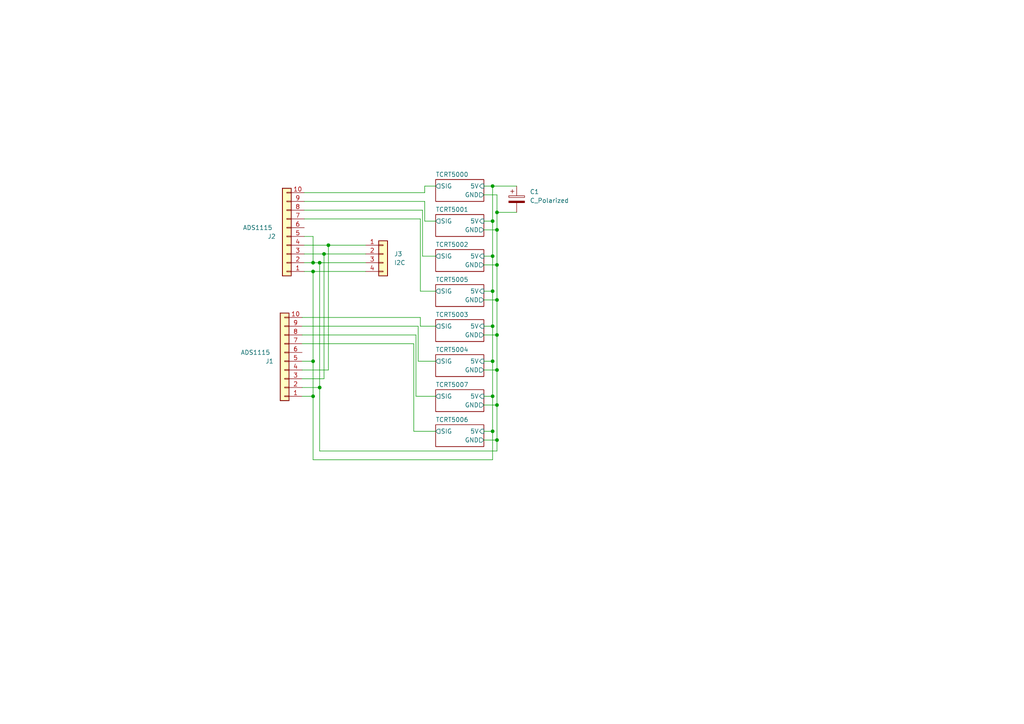
<source format=kicad_sch>
(kicad_sch (version 20230121) (generator eeschema)
  (paper "A4")
  (lib_symbols
    (symbol "Connector_Generic:Conn_01x04" (pin_names (offset 1.016) hide)
      (property "Reference" "J" (at 0 5.08 0))
      (property "Value" "Conn_01x04" (at 0 -7.62 0))
      (symbol "Conn_01x04_1_1"
        (rectangle (start -1.27 -4.953) (end 0 -5.207) (stroke (width 0.1524)))
        (rectangle (start -1.27 -2.413) (end 0 -2.667) (stroke (width 0.1524)))
        (rectangle (start -1.27 0.127) (end 0 -0.127) (stroke (width 0.1524)))
        (rectangle (start -1.27 2.667) (end 0 2.413) (stroke (width 0.1524)))
        (rectangle (start -1.27 3.81) (end 1.27 -6.35) (stroke (width 0.254)) (fill (type background)))
        (pin passive line (at -5.08 2.54 0) (length 3.81) (name "Pin_1") (number "1"))
        (pin passive line (at -5.08 0 0) (length 3.81) (name "Pin_2") (number "2"))
        (pin passive line (at -5.08 -2.54 0) (length 3.81) (name "Pin_3") (number "3"))
        (pin passive line (at -5.08 -5.08 0) (length 3.81) (name "Pin_4") (number "4"))
      )
    )
    (symbol "Connector_Generic:Conn_01x10" (pin_names (offset 1.016) hide)
      (property "Reference" "J" (at 0 12.7 0))
      (property "Value" "Conn_01x10" (at 0 -15.24 0))
      (symbol "Conn_01x10_1_1"
        (rectangle (start -1.27 -12.573) (end 0 -12.827) (stroke (width 0.1524)))
        (rectangle (start -1.27 -10.033) (end 0 -10.287) (stroke (width 0.1524)))
        (rectangle (start -1.27 -7.493) (end 0 -7.747) (stroke (width 0.1524)))
        (rectangle (start -1.27 -4.953) (end 0 -5.207) (stroke (width 0.1524)))
        (rectangle (start -1.27 -2.413) (end 0 -2.667) (stroke (width 0.1524)))
        (rectangle (start -1.27 0.127) (end 0 -0.127) (stroke (width 0.1524)))
        (rectangle (start -1.27 2.667) (end 0 2.413) (stroke (width 0.1524)))
        (rectangle (start -1.27 5.207) (end 0 4.953) (stroke (width 0.1524)))
        (rectangle (start -1.27 7.747) (end 0 7.493) (stroke (width 0.1524)))
        (rectangle (start -1.27 10.287) (end 0 10.033) (stroke (width 0.1524)))
        (rectangle (start -1.27 11.43) (end 1.27 -13.97) (stroke (width 0.254)) (fill (type background)))
        (pin passive line (at -5.08 10.16 0) (length 3.81) (name "Pin_1") (number "1"))
        (pin passive line (at -5.08 -12.7 0) (length 3.81) (name "Pin_10") (number "10"))
        (pin passive line (at -5.08 7.62 0) (length 3.81) (name "Pin_2") (number "2"))
        (pin passive line (at -5.08 5.08 0) (length 3.81) (name "Pin_3") (number "3"))
        (pin passive line (at -5.08 2.54 0) (length 3.81) (name "Pin_4") (number "4"))
        (pin passive line (at -5.08 0 0) (length 3.81) (name "Pin_5") (number "5"))
        (pin passive line (at -5.08 -2.54 0) (length 3.81) (name "Pin_6") (number "6"))
        (pin passive line (at -5.08 -5.08 0) (length 3.81) (name "Pin_7") (number "7"))
        (pin passive line (at -5.08 -7.62 0) (length 3.81) (name "Pin_8") (number "8"))
        (pin passive line (at -5.08 -10.16 0) (length 3.81) (name "Pin_9") (number "9"))
      )
    )
    (symbol "Device:C_Polarized" (pin_numbers hide) (pin_names (offset 0.254))
      (property "Reference" "C" (at 0.635 2.54 0))
      (property "Value" "C_Polarized" (at 0.635 -2.54 0))
      (symbol "C_Polarized_0_1"
        (rectangle (start -2.286 0.508) (end 2.286 1.016))
        (polyline (pts (xy -1.778 2.286) (xy -0.762 2.286)))
        (polyline (pts (xy -1.27 2.794) (xy -1.27 1.778)))
        (rectangle (start 2.286 -0.508) (end -2.286 -1.016) (fill (type outline)))
      )
      (symbol "C_Polarized_1_1"
        (pin passive line (at 0 3.81 270) (length 2.794) (name "~") (number "1"))
        (pin passive line (at 0 -3.81 90) (length 2.794) (name "~") (number "2"))
      )
    )
  )
  (junction (at 142.875 114.935))
  (junction (at 90.805 76.2))
  (junction (at 95.25 71.12))
  (junction (at 144.145 97.155))
  (junction (at 144.145 76.835))
  (junction (at 142.875 125.095))
  (junction (at 142.875 64.135))
  (junction (at 92.71 112.395))
  (junction (at 93.98 73.66))
  (junction (at 142.875 94.615))
  (junction (at 144.145 61.595))
  (junction (at 142.875 104.775))
  (junction (at 144.145 86.995))
  (junction (at 92.71 76.2))
  (junction (at 142.875 84.455))
  (junction (at 142.875 53.975))
  (junction (at 90.805 78.74))
  (junction (at 144.145 107.315))
  (junction (at 144.145 66.675))
  (junction (at 144.145 127.635))
  (junction (at 144.145 117.475))
  (junction (at 90.805 104.775))
  (junction (at 90.805 114.935))
  (junction (at 142.875 74.295))
  (wire (pts (xy 123.19 64.135) (xy 126.365 64.135)))
  (wire (pts (xy 144.145 76.835) (xy 144.145 86.995)))
  (wire (pts (xy 121.92 92.075) (xy 121.92 94.615)))
  (wire (pts (xy 95.25 107.315) (xy 95.25 71.12)))
  (wire (pts (xy 140.335 86.995) (xy 144.145 86.995)))
  (wire (pts (xy 88.265 78.74) (xy 90.805 78.74)))
  (wire (pts (xy 126.365 125.095) (xy 120.015 125.095)))
  (wire (pts (xy 90.805 76.2) (xy 92.71 76.2)))
  (wire (pts (xy 87.63 112.395) (xy 92.71 112.395)))
  (wire (pts (xy 123.19 53.975) (xy 126.365 53.975)))
  (wire (pts (xy 93.98 109.855) (xy 93.98 73.66)))
  (wire (pts (xy 90.805 114.935) (xy 87.63 114.935)))
  (wire (pts (xy 142.875 74.295) (xy 142.875 64.135)))
  (wire (pts (xy 140.335 64.135) (xy 142.875 64.135)))
  (wire (pts (xy 88.265 76.2) (xy 90.805 76.2)))
  (wire (pts (xy 140.335 84.455) (xy 142.875 84.455)))
  (wire (pts (xy 142.875 114.935) (xy 142.875 104.775)))
  (wire (pts (xy 140.335 117.475) (xy 144.145 117.475)))
  (wire (pts (xy 87.63 104.775) (xy 90.805 104.775)))
  (wire (pts (xy 123.19 58.42) (xy 123.19 64.135)))
  (wire (pts (xy 144.145 66.675) (xy 144.145 76.835)))
  (wire (pts (xy 144.145 107.315) (xy 144.145 117.475)))
  (wire (pts (xy 92.71 76.2) (xy 92.71 112.395)))
  (wire (pts (xy 90.805 78.74) (xy 106.045 78.74)))
  (wire (pts (xy 121.92 94.615) (xy 126.365 94.615)))
  (wire (pts (xy 142.875 53.975) (xy 149.86 53.975)))
  (wire (pts (xy 87.63 97.155) (xy 120.65 97.155)))
  (wire (pts (xy 144.145 97.155) (xy 144.145 107.315)))
  (wire (pts (xy 122.555 74.295) (xy 126.365 74.295)))
  (wire (pts (xy 120.65 97.155) (xy 120.65 114.935)))
  (wire (pts (xy 121.285 94.615) (xy 87.63 94.615)))
  (wire (pts (xy 90.805 78.74) (xy 90.805 104.775)))
  (wire (pts (xy 87.63 107.315) (xy 95.25 107.315)))
  (wire (pts (xy 88.265 73.66) (xy 93.98 73.66)))
  (wire (pts (xy 140.335 114.935) (xy 142.875 114.935)))
  (wire (pts (xy 142.875 84.455) (xy 142.875 74.295)))
  (wire (pts (xy 120.015 125.095) (xy 120.015 99.695)))
  (wire (pts (xy 140.335 66.675) (xy 144.145 66.675)))
  (wire (pts (xy 120.65 114.935) (xy 126.365 114.935)))
  (wire (pts (xy 140.335 94.615) (xy 142.875 94.615)))
  (wire (pts (xy 121.285 104.775) (xy 121.285 94.615)))
  (wire (pts (xy 142.875 94.615) (xy 142.875 84.455)))
  (wire (pts (xy 142.875 64.135) (xy 142.875 53.975)))
  (wire (pts (xy 140.335 107.315) (xy 144.145 107.315)))
  (wire (pts (xy 88.265 68.58) (xy 90.805 68.58)))
  (wire (pts (xy 140.335 76.835) (xy 144.145 76.835)))
  (wire (pts (xy 144.145 86.995) (xy 144.145 97.155)))
  (wire (pts (xy 88.265 55.88) (xy 123.19 55.88)))
  (wire (pts (xy 144.145 61.595) (xy 144.145 66.675)))
  (wire (pts (xy 140.335 127.635) (xy 144.145 127.635)))
  (wire (pts (xy 144.145 61.595) (xy 149.86 61.595)))
  (wire (pts (xy 90.805 133.35) (xy 142.875 133.35)))
  (wire (pts (xy 87.63 92.075) (xy 121.92 92.075)))
  (wire (pts (xy 140.335 56.515) (xy 144.145 56.515)))
  (wire (pts (xy 121.92 84.455) (xy 126.365 84.455)))
  (wire (pts (xy 121.92 84.455) (xy 121.92 63.5)))
  (wire (pts (xy 142.875 133.35) (xy 142.875 125.095)))
  (wire (pts (xy 88.265 60.96) (xy 122.555 60.96)))
  (wire (pts (xy 90.805 68.58) (xy 90.805 76.2)))
  (wire (pts (xy 144.145 56.515) (xy 144.145 61.595)))
  (wire (pts (xy 140.335 125.095) (xy 142.875 125.095)))
  (wire (pts (xy 140.335 74.295) (xy 142.875 74.295)))
  (wire (pts (xy 95.25 71.12) (xy 106.045 71.12)))
  (wire (pts (xy 88.265 63.5) (xy 121.92 63.5)))
  (wire (pts (xy 90.805 104.775) (xy 90.805 114.935)))
  (wire (pts (xy 120.015 99.695) (xy 87.63 99.695)))
  (wire (pts (xy 122.555 60.96) (xy 122.555 74.295)))
  (wire (pts (xy 144.145 127.635) (xy 144.145 130.81)))
  (wire (pts (xy 123.19 55.88) (xy 123.19 53.975)))
  (wire (pts (xy 88.265 58.42) (xy 123.19 58.42)))
  (wire (pts (xy 140.335 104.775) (xy 142.875 104.775)))
  (wire (pts (xy 92.71 112.395) (xy 92.71 130.81)))
  (wire (pts (xy 90.805 114.935) (xy 90.805 133.35)))
  (wire (pts (xy 140.335 97.155) (xy 144.145 97.155)))
  (wire (pts (xy 142.875 125.095) (xy 142.875 114.935)))
  (wire (pts (xy 144.145 130.81) (xy 92.71 130.81)))
  (wire (pts (xy 144.145 117.475) (xy 144.145 127.635)))
  (wire (pts (xy 88.265 71.12) (xy 95.25 71.12)))
  (wire (pts (xy 140.335 53.975) (xy 142.875 53.975)))
  (wire (pts (xy 142.875 104.775) (xy 142.875 94.615)))
  (wire (pts (xy 92.71 76.2) (xy 106.045 76.2)))
  (wire (pts (xy 126.365 104.775) (xy 121.285 104.775)))
  (wire (pts (xy 93.98 73.66) (xy 106.045 73.66)))
  (wire (pts (xy 87.63 109.855) (xy 93.98 109.855)))
  (symbol (lib_id "Connector_Generic:Conn_01x10") (at 83.185 68.58 180) (unit 1)
    (property "Reference" "J2" (at 80.01 68.58 0) (effects (justify left)))
    (property "Value" "ADS1115 " (at 80.01 66.04 0) (effects (justify left)))
    (property "Footprint" "Adafruit_ADS1115:Adafruit_ADS1115" (effects hide))
  )
  (symbol (lib_id "Connector_Generic:Conn_01x04") (at 111.125 73.66 0) (unit 1)
    (property "Reference" "J3" (at 114.3 73.66 0) (effects (justify left)))
    (property "Value" "I2C" (at 114.3 76.2 0) (effects (justify left)))
    (property "Footprint" "Connector_PinHeader_2.54mm:PinHeader_1x04_P2.54mm_Vertical_SMD_Pin1Left" (effects hide))
  )
  (symbol (lib_id "Device:C_Polarized") (at 149.86 57.785 0) (unit 1)
    (property "Reference" "C1" (at 153.67 55.626 0) (effects (justify left)))
    (property "Value" "C_Polarized" (at 153.67 58.166 0) (effects (justify left)))
    (property "Footprint" "Capacitor_THT:CP_Radial_D4.0mm_P2.00mm" (effects hide))
  )
  (symbol (lib_id "Connector_Generic:Conn_01x10") (at 82.55 104.775 180) (unit 1)
    (property "Reference" "J1" (at 79.375 104.775 0) (effects (justify left)))
    (property "Value" "ADS1115 " (at 79.375 102.235 0) (effects (justify left)))
    (property "Footprint" "Adafruit_ADS1115:Adafruit_ADS1115" (effects hide))
  )
  (sheet (at 126.365 113.03) (size 13.97 6.35) (stroke (width 0.1524))
    (property "Sheetname" "TCRT5007" (at 126.365 112.3184 0) (effects (justify left bottom)))
    (property "Sheetfile" "TCRT5000.kicad_sch" (effects hide))
    (pin "GND" output (at 140.335 117.475 0))
    (pin "5V" input (at 140.335 114.935 0))
    (pin "SIG" output (at 126.365 114.935 180))
  )
  (sheet (at 126.365 72.39) (size 13.97 6.35) (stroke (width 0.1524))
    (property "Sheetname" "TCRT5002" (at 126.365 71.6784 0) (effects (justify left bottom)))
    (property "Sheetfile" "TCRT5000.kicad_sch" (effects hide))
    (pin "GND" output (at 140.335 76.835 0))
    (pin "5V" input (at 140.335 74.295 0))
    (pin "SIG" output (at 126.365 74.295 180))
  )
  (sheet (at 126.365 92.71) (size 13.97 6.35) (stroke (width 0.1524))
    (property "Sheetname" "TCRT5003" (at 126.365 91.9984 0) (effects (justify left bottom)))
    (property "Sheetfile" "TCRT5000.kicad_sch" (effects hide))
    (pin "GND" output (at 140.335 97.155 0))
    (pin "5V" input (at 140.335 94.615 0))
    (pin "SIG" output (at 126.365 94.615 180))
  )
  (sheet (at 126.365 52.07) (size 13.97 6.35) (stroke (width 0.1524))
    (property "Sheetname" "TCRT5000" (at 126.365 51.3584 0) (effects (justify left bottom)))
    (property "Sheetfile" "TCRT5000.kicad_sch" (effects hide))
    (pin "GND" output (at 140.335 56.515 0))
    (pin "5V" input (at 140.335 53.975 0))
    (pin "SIG" output (at 126.365 53.975 180))
  )
  (sheet (at 126.365 102.87) (size 13.97 6.35) (stroke (width 0.1524))
    (property "Sheetname" "TCRT5004" (at 126.365 102.1584 0) (effects (justify left bottom)))
    (property "Sheetfile" "TCRT5000.kicad_sch" (effects hide))
    (pin "GND" output (at 140.335 107.315 0))
    (pin "5V" input (at 140.335 104.775 0))
    (pin "SIG" output (at 126.365 104.775 180))
  )
  (sheet (at 126.365 82.55) (size 13.97 6.35) (stroke (width 0.1524))
    (property "Sheetname" "TCRT5005" (at 126.365 81.8384 0) (effects (justify left bottom)))
    (property "Sheetfile" "TCRT5000.kicad_sch" (effects hide))
    (pin "GND" output (at 140.335 86.995 0))
    (pin "5V" input (at 140.335 84.455 0))
    (pin "SIG" output (at 126.365 84.455 180))
  )
  (sheet (at 126.365 62.23) (size 13.97 6.35) (stroke (width 0.1524))
    (property "Sheetname" "TCRT5001" (at 126.365 61.5184 0) (effects (justify left bottom)))
    (property "Sheetfile" "TCRT5000.kicad_sch" (effects hide))
    (pin "GND" output (at 140.335 66.675 0))
    (pin "5V" input (at 140.335 64.135 0))
    (pin "SIG" output (at 126.365 64.135 180))
  )
  (sheet (at 126.365 123.19) (size 13.97 6.35) (stroke (width 0.1524))
    (property "Sheetname" "TCRT5006" (at 126.365 122.4784 0) (effects (justify left bottom)))
    (property "Sheetfile" "TCRT5000.kicad_sch" (effects hide))
    (pin "GND" output (at 140.335 127.635 0))
    (pin "5V" input (at 140.335 125.095 0))
    (pin "SIG" output (at 126.365 125.095 180))
  )
)
</source>
